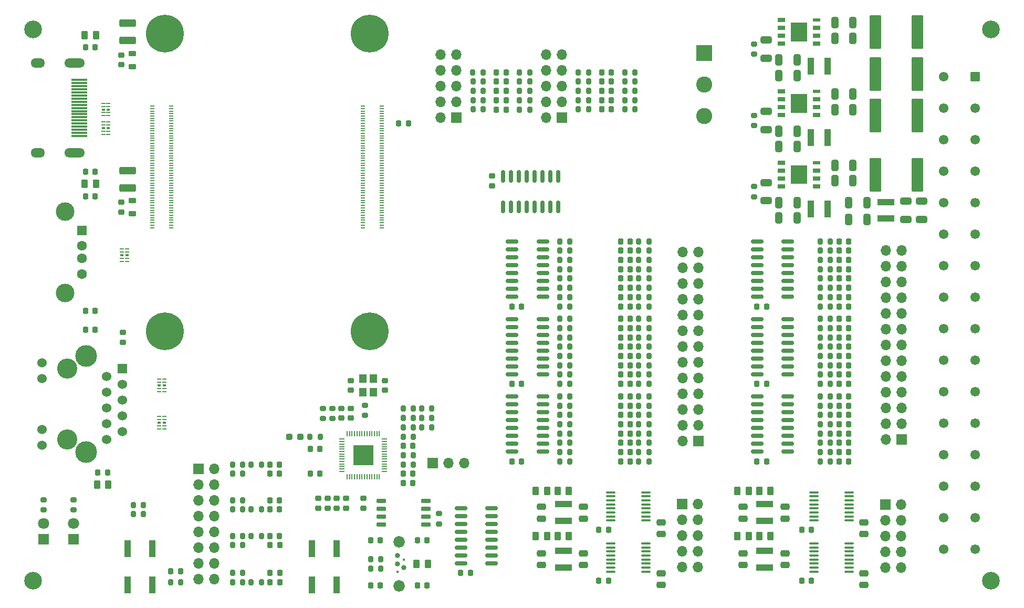
<source format=gts>
G04 #@! TF.GenerationSoftware,KiCad,Pcbnew,(6.0.9-0)*
G04 #@! TF.CreationDate,2023-02-07T08:34:20+01:00*
G04 #@! TF.ProjectId,Cockpit-CPU-Card,436f636b-7069-4742-9d43-50552d436172,A*
G04 #@! TF.SameCoordinates,Original*
G04 #@! TF.FileFunction,Soldermask,Top*
G04 #@! TF.FilePolarity,Negative*
%FSLAX46Y46*%
G04 Gerber Fmt 4.6, Leading zero omitted, Abs format (unit mm)*
G04 Created by KiCad (PCBNEW (6.0.9-0)) date 2023-02-07 08:34:20*
%MOMM*%
%LPD*%
G01*
G04 APERTURE LIST*
G04 Aperture macros list*
%AMRoundRect*
0 Rectangle with rounded corners*
0 $1 Rounding radius*
0 $2 $3 $4 $5 $6 $7 $8 $9 X,Y pos of 4 corners*
0 Add a 4 corners polygon primitive as box body*
4,1,4,$2,$3,$4,$5,$6,$7,$8,$9,$2,$3,0*
0 Add four circle primitives for the rounded corners*
1,1,$1+$1,$2,$3*
1,1,$1+$1,$4,$5*
1,1,$1+$1,$6,$7*
1,1,$1+$1,$8,$9*
0 Add four rect primitives between the rounded corners*
20,1,$1+$1,$2,$3,$4,$5,0*
20,1,$1+$1,$4,$5,$6,$7,0*
20,1,$1+$1,$6,$7,$8,$9,0*
20,1,$1+$1,$8,$9,$2,$3,0*%
G04 Aperture macros list end*
%ADD10RoundRect,0.200000X-0.200000X-0.275000X0.200000X-0.275000X0.200000X0.275000X-0.200000X0.275000X0*%
%ADD11R,1.000000X2.800000*%
%ADD12RoundRect,0.225000X-0.225000X-0.250000X0.225000X-0.250000X0.225000X0.250000X-0.225000X0.250000X0*%
%ADD13RoundRect,0.200000X0.200000X0.275000X-0.200000X0.275000X-0.200000X-0.275000X0.200000X-0.275000X0*%
%ADD14RoundRect,0.200000X-0.275000X0.200000X-0.275000X-0.200000X0.275000X-0.200000X0.275000X0.200000X0*%
%ADD15RoundRect,0.019000X0.256000X-0.076000X0.256000X0.076000X-0.256000X0.076000X-0.256000X-0.076000X0*%
%ADD16RoundRect,0.040000X0.235000X-0.160000X0.235000X0.160000X-0.235000X0.160000X-0.235000X-0.160000X0*%
%ADD17RoundRect,0.250000X-0.262500X-0.450000X0.262500X-0.450000X0.262500X0.450000X-0.262500X0.450000X0*%
%ADD18RoundRect,0.150000X0.825000X0.150000X-0.825000X0.150000X-0.825000X-0.150000X0.825000X-0.150000X0*%
%ADD19R,1.700000X1.700000*%
%ADD20O,1.700000X1.700000*%
%ADD21RoundRect,0.050000X0.387500X0.050000X-0.387500X0.050000X-0.387500X-0.050000X0.387500X-0.050000X0*%
%ADD22RoundRect,0.050000X0.050000X0.387500X-0.050000X0.387500X-0.050000X-0.387500X0.050000X-0.387500X0*%
%ADD23R,3.200000X3.200000*%
%ADD24RoundRect,0.250000X0.325000X0.650000X-0.325000X0.650000X-0.325000X-0.650000X0.325000X-0.650000X0*%
%ADD25RoundRect,0.225000X0.225000X0.250000X-0.225000X0.250000X-0.225000X-0.250000X0.225000X-0.250000X0*%
%ADD26RoundRect,0.019000X-0.256000X0.076000X-0.256000X-0.076000X0.256000X-0.076000X0.256000X0.076000X0*%
%ADD27RoundRect,0.040000X-0.235000X0.160000X-0.235000X-0.160000X0.235000X-0.160000X0.235000X0.160000X0*%
%ADD28R,2.800000X1.000000*%
%ADD29RoundRect,0.250000X0.475000X-0.250000X0.475000X0.250000X-0.475000X0.250000X-0.475000X-0.250000X0*%
%ADD30RoundRect,0.250000X0.262500X0.450000X-0.262500X0.450000X-0.262500X-0.450000X0.262500X-0.450000X0*%
%ADD31RoundRect,0.250000X1.075000X-0.375000X1.075000X0.375000X-1.075000X0.375000X-1.075000X-0.375000X0*%
%ADD32RoundRect,0.200000X0.275000X-0.200000X0.275000X0.200000X-0.275000X0.200000X-0.275000X-0.200000X0*%
%ADD33RoundRect,0.225000X0.250000X-0.225000X0.250000X0.225000X-0.250000X0.225000X-0.250000X-0.225000X0*%
%ADD34RoundRect,0.250000X-0.712500X-2.475000X0.712500X-2.475000X0.712500X2.475000X-0.712500X2.475000X0*%
%ADD35R,1.200000X1.400000*%
%ADD36C,0.440000*%
%ADD37C,0.840000*%
%ADD38C,1.850000*%
%ADD39RoundRect,0.225000X-0.250000X0.225000X-0.250000X-0.225000X0.250000X-0.225000X0.250000X0.225000X0*%
%ADD40RoundRect,0.150000X0.650000X0.150000X-0.650000X0.150000X-0.650000X-0.150000X0.650000X-0.150000X0*%
%ADD41R,1.500000X1.600000*%
%ADD42C,1.600000*%
%ADD43C,3.000000*%
%ADD44RoundRect,0.250000X-0.650000X0.325000X-0.650000X-0.325000X0.650000X-0.325000X0.650000X0.325000X0*%
%ADD45RoundRect,0.100000X-0.637500X-0.100000X0.637500X-0.100000X0.637500X0.100000X-0.637500X0.100000X0*%
%ADD46R,1.310000X0.650000*%
%ADD47R,1.310000X0.600000*%
%ADD48R,1.325000X1.500000*%
%ADD49RoundRect,0.250000X-0.475000X0.250000X-0.475000X-0.250000X0.475000X-0.250000X0.475000X0.250000X0*%
%ADD50C,3.250000*%
%ADD51R,1.524000X1.524000*%
%ADD52C,1.524000*%
%ADD53C,3.500000*%
%ADD54C,6.100000*%
%ADD55R,0.700000X0.200000*%
%ADD56C,2.850000*%
%ADD57RoundRect,0.249999X-0.525001X0.525001X-0.525001X-0.525001X0.525001X-0.525001X0.525001X0.525001X0*%
%ADD58C,1.550000*%
%ADD59RoundRect,0.218750X-0.381250X0.218750X-0.381250X-0.218750X0.381250X-0.218750X0.381250X0.218750X0*%
%ADD60RoundRect,0.237500X-0.287500X-0.237500X0.287500X-0.237500X0.287500X0.237500X-0.287500X0.237500X0*%
%ADD61RoundRect,0.150000X0.150000X-0.825000X0.150000X0.825000X-0.150000X0.825000X-0.150000X-0.825000X0*%
%ADD62R,2.600000X2.600000*%
%ADD63C,2.600000*%
%ADD64R,2.600000X0.300000*%
%ADD65O,3.300000X1.500000*%
%ADD66O,2.300000X1.500000*%
%ADD67R,1.800000X1.800000*%
%ADD68C,1.800000*%
G04 APERTURE END LIST*
D10*
X143700000Y-66990000D03*
X145350000Y-66990000D03*
X107925000Y-144705000D03*
X109575000Y-144705000D03*
D11*
X200850000Y-84500000D03*
X198150000Y-84500000D03*
D12*
X127225000Y-138000000D03*
X128775000Y-138000000D03*
X189475000Y-112750000D03*
X191025000Y-112750000D03*
D13*
X169825000Y-66980000D03*
X168175000Y-66980000D03*
D14*
X138250000Y-133675000D03*
X138250000Y-135325000D03*
D15*
X87900000Y-93000000D03*
X87900000Y-92500000D03*
D16*
X87900000Y-92000000D03*
D15*
X87900000Y-91500000D03*
X87900000Y-91000000D03*
X87100000Y-91000000D03*
X87100000Y-91500000D03*
D16*
X87100000Y-92000000D03*
D15*
X87100000Y-92500000D03*
X87100000Y-93000000D03*
D12*
X202725000Y-117750000D03*
X204275000Y-117750000D03*
D10*
X157675000Y-92750000D03*
X159325000Y-92750000D03*
D12*
X202725000Y-108250000D03*
X204275000Y-108250000D03*
D10*
X135425000Y-118250000D03*
X137075000Y-118250000D03*
D17*
X134587500Y-141750000D03*
X136412500Y-141750000D03*
D18*
X154975000Y-111195000D03*
X154975000Y-109925000D03*
X154975000Y-108655000D03*
X154975000Y-107385000D03*
X154975000Y-106115000D03*
X154975000Y-104845000D03*
X154975000Y-103575000D03*
X154975000Y-102305000D03*
X150025000Y-102305000D03*
X150025000Y-103575000D03*
X150025000Y-104845000D03*
X150025000Y-106115000D03*
X150025000Y-107385000D03*
X150025000Y-108655000D03*
X150025000Y-109925000D03*
X150025000Y-111195000D03*
D13*
X145350000Y-65495000D03*
X143700000Y-65495000D03*
D12*
X202725000Y-103750000D03*
X204275000Y-103750000D03*
X149975000Y-100250000D03*
X151525000Y-100250000D03*
D19*
X158025000Y-69825000D03*
D20*
X155485000Y-69825000D03*
X158025000Y-67285000D03*
X155485000Y-67285000D03*
X158025000Y-64745000D03*
X155485000Y-64745000D03*
X158025000Y-62205000D03*
X155485000Y-62205000D03*
X158025000Y-59665000D03*
X155485000Y-59665000D03*
D21*
X129437500Y-126850000D03*
X129437500Y-126450000D03*
X129437500Y-126050000D03*
X129437500Y-125650000D03*
X129437500Y-125250000D03*
X129437500Y-124850000D03*
X129437500Y-124450000D03*
X129437500Y-124050000D03*
X129437500Y-123650000D03*
X129437500Y-123250000D03*
X129437500Y-122850000D03*
X129437500Y-122450000D03*
X129437500Y-122050000D03*
X129437500Y-121650000D03*
D22*
X128600000Y-120812500D03*
X128200000Y-120812500D03*
X127800000Y-120812500D03*
X127400000Y-120812500D03*
X127000000Y-120812500D03*
X126600000Y-120812500D03*
X126200000Y-120812500D03*
X125800000Y-120812500D03*
X125400000Y-120812500D03*
X125000000Y-120812500D03*
X124600000Y-120812500D03*
X124200000Y-120812500D03*
X123800000Y-120812500D03*
X123400000Y-120812500D03*
D21*
X122562500Y-121650000D03*
X122562500Y-122050000D03*
X122562500Y-122450000D03*
X122562500Y-122850000D03*
X122562500Y-123250000D03*
X122562500Y-123650000D03*
X122562500Y-124050000D03*
X122562500Y-124450000D03*
X122562500Y-124850000D03*
X122562500Y-125250000D03*
X122562500Y-125650000D03*
X122562500Y-126050000D03*
X122562500Y-126450000D03*
X122562500Y-126850000D03*
D22*
X123400000Y-127687500D03*
X123800000Y-127687500D03*
X124200000Y-127687500D03*
X124600000Y-127687500D03*
X125000000Y-127687500D03*
X125400000Y-127687500D03*
X125800000Y-127687500D03*
X126200000Y-127687500D03*
X126600000Y-127687500D03*
X127000000Y-127687500D03*
X127400000Y-127687500D03*
X127800000Y-127687500D03*
X128200000Y-127687500D03*
X128600000Y-127687500D03*
D23*
X126000000Y-124250000D03*
D10*
X170425000Y-108250000D03*
X172075000Y-108250000D03*
D13*
X106575000Y-143205000D03*
X104925000Y-143205000D03*
D24*
X204975000Y-77500000D03*
X202025000Y-77500000D03*
D25*
X169025000Y-92750000D03*
X167475000Y-92750000D03*
D26*
X93100000Y-112000000D03*
X93100000Y-112500000D03*
D27*
X93100000Y-113000000D03*
D26*
X93100000Y-113500000D03*
X93100000Y-114000000D03*
X93900000Y-114000000D03*
X93900000Y-113500000D03*
D27*
X93900000Y-113000000D03*
D26*
X93900000Y-112500000D03*
X93900000Y-112000000D03*
D12*
X132475000Y-122750000D03*
X134025000Y-122750000D03*
D28*
X190750000Y-134850000D03*
X190750000Y-132150000D03*
D25*
X169025000Y-105250000D03*
X167475000Y-105250000D03*
D13*
X201325000Y-114750000D03*
X199675000Y-114750000D03*
D25*
X169025000Y-114750000D03*
X167475000Y-114750000D03*
D29*
X161500000Y-141950000D03*
X161500000Y-140050000D03*
D11*
X88000000Y-139350000D03*
X88000000Y-145150000D03*
X92000000Y-139350000D03*
X92000000Y-145150000D03*
D30*
X159162500Y-130000000D03*
X157337500Y-130000000D03*
D12*
X189475000Y-125275000D03*
X191025000Y-125275000D03*
D10*
X104910000Y-131500000D03*
X106560000Y-131500000D03*
D25*
X169025000Y-89750000D03*
X167475000Y-89750000D03*
D12*
X110975000Y-138750000D03*
X112525000Y-138750000D03*
D31*
X88000000Y-57400000D03*
X88000000Y-54600000D03*
D25*
X169025000Y-112750000D03*
X167475000Y-112750000D03*
D10*
X157675000Y-103750000D03*
X159325000Y-103750000D03*
X199675000Y-125250000D03*
X201325000Y-125250000D03*
D13*
X201325000Y-95750000D03*
X199675000Y-95750000D03*
D10*
X135425000Y-116750000D03*
X137075000Y-116750000D03*
D19*
X212775000Y-121725000D03*
D20*
X210235000Y-121725000D03*
X212775000Y-119185000D03*
X210235000Y-119185000D03*
X212775000Y-116645000D03*
X210235000Y-116645000D03*
X212775000Y-114105000D03*
X210235000Y-114105000D03*
X212775000Y-111565000D03*
X210235000Y-111565000D03*
X212775000Y-109025000D03*
X210235000Y-109025000D03*
X212775000Y-106485000D03*
X210235000Y-106485000D03*
X212775000Y-103945000D03*
X210235000Y-103945000D03*
X212775000Y-101405000D03*
X210235000Y-101405000D03*
X212775000Y-98865000D03*
X210235000Y-98865000D03*
X212775000Y-96325000D03*
X210235000Y-96325000D03*
X212775000Y-93785000D03*
X210235000Y-93785000D03*
X212775000Y-91245000D03*
X210235000Y-91245000D03*
D10*
X157675000Y-102250000D03*
X159325000Y-102250000D03*
D25*
X169025000Y-123750000D03*
X167475000Y-123750000D03*
D11*
X117750000Y-139350000D03*
X117750000Y-145150000D03*
X121750000Y-145150000D03*
X121750000Y-139350000D03*
D10*
X132425000Y-124250000D03*
X134075000Y-124250000D03*
D12*
X132475000Y-128750000D03*
X134025000Y-128750000D03*
D32*
X119500000Y-118325000D03*
X119500000Y-116675000D03*
D10*
X170425000Y-123750000D03*
X172075000Y-123750000D03*
D13*
X119075000Y-121250000D03*
X117425000Y-121250000D03*
D12*
X164475000Y-68480000D03*
X166025000Y-68480000D03*
D19*
X210210000Y-132170000D03*
D20*
X212750000Y-132170000D03*
X210210000Y-134710000D03*
X212750000Y-134710000D03*
X210210000Y-137250000D03*
X212750000Y-137250000D03*
X210210000Y-139790000D03*
X212750000Y-139790000D03*
X210210000Y-142330000D03*
X212750000Y-142330000D03*
D10*
X143675000Y-62500000D03*
X145325000Y-62500000D03*
D12*
X202725000Y-102250000D03*
X204275000Y-102250000D03*
X164475000Y-63990000D03*
X166025000Y-63990000D03*
D13*
X106575000Y-144705000D03*
X104925000Y-144705000D03*
D17*
X83087500Y-129000000D03*
X84912500Y-129000000D03*
D25*
X133275000Y-70750000D03*
X131725000Y-70750000D03*
D14*
X126250000Y-116175000D03*
X126250000Y-117825000D03*
D12*
X202725000Y-125250000D03*
X204275000Y-125250000D03*
D25*
X169025000Y-108250000D03*
X167475000Y-108250000D03*
D11*
X200850000Y-61500000D03*
X198150000Y-61500000D03*
D10*
X170425000Y-95750000D03*
X172075000Y-95750000D03*
X104910000Y-125750000D03*
X106560000Y-125750000D03*
D12*
X202725000Y-123750000D03*
X204275000Y-123750000D03*
X164475000Y-62500000D03*
X166025000Y-62500000D03*
D14*
X74500000Y-131425000D03*
X74500000Y-133075000D03*
D24*
X195975000Y-63000000D03*
X193025000Y-63000000D03*
D13*
X172075000Y-103750000D03*
X170425000Y-103750000D03*
D33*
X122500000Y-118275000D03*
X122500000Y-116725000D03*
D18*
X154975000Y-123695000D03*
X154975000Y-122425000D03*
X154975000Y-121155000D03*
X154975000Y-119885000D03*
X154975000Y-118615000D03*
X154975000Y-117345000D03*
X154975000Y-116075000D03*
X154975000Y-114805000D03*
X150025000Y-114805000D03*
X150025000Y-116075000D03*
X150025000Y-117345000D03*
X150025000Y-118615000D03*
X150025000Y-119885000D03*
X150025000Y-121155000D03*
X150025000Y-122425000D03*
X150025000Y-123695000D03*
D13*
X201325000Y-105250000D03*
X199675000Y-105250000D03*
D34*
X208612500Y-62750000D03*
X215387500Y-62750000D03*
D10*
X199675000Y-116250000D03*
X201325000Y-116250000D03*
D19*
X141025000Y-69820000D03*
D20*
X138485000Y-69820000D03*
X141025000Y-67280000D03*
X138485000Y-67280000D03*
X141025000Y-64740000D03*
X138485000Y-64740000D03*
X141025000Y-62200000D03*
X138485000Y-62200000D03*
X141025000Y-59660000D03*
X138485000Y-59660000D03*
D14*
X189000000Y-69425000D03*
X189000000Y-71075000D03*
D33*
X87000000Y-85025000D03*
X87000000Y-83475000D03*
D12*
X147475000Y-65500000D03*
X149025000Y-65500000D03*
X202725000Y-109750000D03*
X204275000Y-109750000D03*
D13*
X172075000Y-125250000D03*
X170425000Y-125250000D03*
D25*
X119025000Y-123250000D03*
X117475000Y-123250000D03*
D35*
X127600000Y-114100000D03*
X127600000Y-111900000D03*
X125900000Y-111900000D03*
X125900000Y-114100000D03*
D10*
X199675000Y-103750000D03*
X201325000Y-103750000D03*
D18*
X154975000Y-98695000D03*
X154975000Y-97425000D03*
X154975000Y-96155000D03*
X154975000Y-94885000D03*
X154975000Y-93615000D03*
X154975000Y-92345000D03*
X154975000Y-91075000D03*
X154975000Y-89805000D03*
X150025000Y-89805000D03*
X150025000Y-91075000D03*
X150025000Y-92345000D03*
X150025000Y-93615000D03*
X150025000Y-94885000D03*
X150025000Y-96155000D03*
X150025000Y-97425000D03*
X150025000Y-98695000D03*
D24*
X204975000Y-57000000D03*
X202025000Y-57000000D03*
D10*
X107910000Y-137250000D03*
X109560000Y-137250000D03*
D36*
X131530000Y-143050000D03*
X132530000Y-141100000D03*
D37*
X132530000Y-142400000D03*
X131530000Y-141750000D03*
X131530000Y-140450000D03*
D38*
X131750000Y-145325000D03*
X131750000Y-138175000D03*
D25*
X169025000Y-97250000D03*
X167475000Y-97250000D03*
D13*
X162325000Y-62500000D03*
X160675000Y-62500000D03*
X201325000Y-117750000D03*
X199675000Y-117750000D03*
D10*
X157675000Y-116250000D03*
X159325000Y-116250000D03*
D19*
X177460000Y-132125000D03*
D20*
X180000000Y-132125000D03*
X177460000Y-134665000D03*
X180000000Y-134665000D03*
X177460000Y-137205000D03*
X180000000Y-137205000D03*
X177460000Y-139745000D03*
X180000000Y-139745000D03*
X177460000Y-142285000D03*
X180000000Y-142285000D03*
D10*
X160675000Y-66990000D03*
X162325000Y-66990000D03*
D39*
X123250000Y-131225000D03*
X123250000Y-132775000D03*
D10*
X104910000Y-127250000D03*
X106560000Y-127250000D03*
X199675000Y-100250000D03*
X201325000Y-100250000D03*
D13*
X169825000Y-68480000D03*
X168175000Y-68480000D03*
D12*
X202725000Y-89750000D03*
X204275000Y-89750000D03*
D40*
X136100000Y-135405000D03*
X136100000Y-134135000D03*
X136100000Y-132865000D03*
X136100000Y-131595000D03*
X128900000Y-131595000D03*
X128900000Y-132865000D03*
X128900000Y-134135000D03*
X128900000Y-135405000D03*
D10*
X170425000Y-92750000D03*
X172075000Y-92750000D03*
D25*
X82775000Y-101000000D03*
X81225000Y-101000000D03*
D24*
X204975000Y-68500000D03*
X202025000Y-68500000D03*
D25*
X169025000Y-122250000D03*
X167475000Y-122250000D03*
D10*
X157675000Y-108250000D03*
X159325000Y-108250000D03*
D13*
X90575000Y-133750000D03*
X88925000Y-133750000D03*
X152825000Y-62500000D03*
X151175000Y-62500000D03*
D10*
X157675000Y-117750000D03*
X159325000Y-117750000D03*
D24*
X204975000Y-66000000D03*
X202025000Y-66000000D03*
D12*
X110960000Y-137250000D03*
X112510000Y-137250000D03*
D25*
X169025000Y-94250000D03*
X167475000Y-94250000D03*
D10*
X157675000Y-109750000D03*
X159325000Y-109750000D03*
X143700000Y-63995000D03*
X145350000Y-63995000D03*
D13*
X172075000Y-106750000D03*
X170425000Y-106750000D03*
D10*
X132425000Y-119750000D03*
X134075000Y-119750000D03*
X157675000Y-119250000D03*
X159325000Y-119250000D03*
D25*
X169025000Y-98750000D03*
X167475000Y-98750000D03*
D41*
X80610000Y-88000000D03*
D42*
X80610000Y-90500000D03*
X80610000Y-92500000D03*
X80610000Y-95000000D03*
D43*
X77900000Y-98070000D03*
X77900000Y-84930000D03*
D14*
X189000000Y-80925000D03*
X189000000Y-82575000D03*
D25*
X84775000Y-127000000D03*
X83225000Y-127000000D03*
X82775000Y-82500000D03*
X81225000Y-82500000D03*
D10*
X157675000Y-125250000D03*
X159325000Y-125250000D03*
D12*
X202725000Y-111250000D03*
X204275000Y-111250000D03*
D44*
X213500000Y-83275000D03*
X213500000Y-86225000D03*
D12*
X189475000Y-100275000D03*
X191025000Y-100275000D03*
D45*
X165887500Y-138475000D03*
X165887500Y-139125000D03*
X165887500Y-139775000D03*
X165887500Y-140425000D03*
X165887500Y-141075000D03*
X165887500Y-141725000D03*
X165887500Y-142375000D03*
X165887500Y-143025000D03*
X171612500Y-143025000D03*
X171612500Y-142375000D03*
X171612500Y-141725000D03*
X171612500Y-141075000D03*
X171612500Y-140425000D03*
X171612500Y-139775000D03*
X171612500Y-139125000D03*
X171612500Y-138475000D03*
D28*
X158250000Y-142350000D03*
X158250000Y-139650000D03*
D13*
X169825000Y-63990000D03*
X168175000Y-63990000D03*
D10*
X170425000Y-102250000D03*
X172075000Y-102250000D03*
D46*
X199095000Y-57905000D03*
X199095000Y-56635000D03*
X199095000Y-55365000D03*
D47*
X199095000Y-54095000D03*
D46*
X193405000Y-54095000D03*
X193405000Y-55365000D03*
X193405000Y-56635000D03*
X193405000Y-57905000D03*
D48*
X195587500Y-56750000D03*
X196912500Y-55250000D03*
X195587500Y-55250000D03*
X196912500Y-56750000D03*
D24*
X195975000Y-60500000D03*
X193025000Y-60500000D03*
D25*
X119025000Y-127250000D03*
X117475000Y-127250000D03*
D13*
X106560000Y-133000000D03*
X104910000Y-133000000D03*
D49*
X154750000Y-132550000D03*
X154750000Y-134450000D03*
D10*
X157675000Y-91250000D03*
X159325000Y-91250000D03*
D31*
X88000000Y-81150000D03*
X88000000Y-78350000D03*
D50*
X78250000Y-121715000D03*
X78250000Y-110285000D03*
D51*
X87140000Y-110285000D03*
D52*
X84600000Y-111555000D03*
X87140000Y-112825000D03*
X84600000Y-114095000D03*
X87140000Y-115365000D03*
X84600000Y-116635000D03*
X87140000Y-117905000D03*
X84600000Y-119175000D03*
X87140000Y-120445000D03*
X84600000Y-121715000D03*
X74186000Y-109370600D03*
X74186000Y-111910600D03*
X74186000Y-120089400D03*
X74186000Y-122629400D03*
D53*
X81298000Y-123747000D03*
X81298000Y-108253000D03*
D13*
X162325000Y-68490000D03*
X160675000Y-68490000D03*
X152825000Y-65500000D03*
X151175000Y-65500000D03*
D24*
X204975000Y-80000000D03*
X202025000Y-80000000D03*
D30*
X191662500Y-137250000D03*
X189837500Y-137250000D03*
D12*
X202725000Y-116250000D03*
X204275000Y-116250000D03*
D25*
X198275000Y-136250000D03*
X196725000Y-136250000D03*
D10*
X199675000Y-122250000D03*
X201325000Y-122250000D03*
D12*
X202725000Y-94250000D03*
X204275000Y-94250000D03*
X110975000Y-143205000D03*
X112525000Y-143205000D03*
D54*
X94000000Y-104250000D03*
X94000000Y-56250000D03*
X127000000Y-56250000D03*
X127000000Y-104250000D03*
D55*
X129000000Y-87550000D03*
X125920000Y-87550000D03*
X129000000Y-87150000D03*
X125920000Y-87150000D03*
X129000000Y-86750000D03*
X125920000Y-86750000D03*
X129000000Y-86350000D03*
X125920000Y-86350000D03*
X129000000Y-85950000D03*
X125920000Y-85950000D03*
X129000000Y-85550000D03*
X125920000Y-85550000D03*
X129000000Y-85150000D03*
X125920000Y-85150000D03*
X129000000Y-84750000D03*
X125920000Y-84750000D03*
X129000000Y-84350000D03*
X125920000Y-84350000D03*
X129000000Y-83950000D03*
X125920000Y-83950000D03*
X129000000Y-83550000D03*
X125920000Y-83550000D03*
X129000000Y-83150000D03*
X125920000Y-83150000D03*
X129000000Y-82750000D03*
X125920000Y-82750000D03*
X129000000Y-82350000D03*
X125920000Y-82350000D03*
X129000000Y-81950000D03*
X125920000Y-81950000D03*
X129000000Y-81550000D03*
X125920000Y-81550000D03*
X129000000Y-81150000D03*
X125920000Y-81150000D03*
X129000000Y-80750000D03*
X125920000Y-80750000D03*
X129000000Y-80350000D03*
X125920000Y-80350000D03*
X129000000Y-79950000D03*
X125920000Y-79950000D03*
X129000000Y-79550000D03*
X125920000Y-79550000D03*
X129000000Y-79150000D03*
X125920000Y-79150000D03*
X129000000Y-78750000D03*
X125920000Y-78750000D03*
X129000000Y-78350000D03*
X125920000Y-78350000D03*
X129000000Y-77950000D03*
X125920000Y-77950000D03*
X129000000Y-77550000D03*
X125920000Y-77550000D03*
X129000000Y-77150000D03*
X125920000Y-77150000D03*
X129000000Y-76750000D03*
X125920000Y-76750000D03*
X129000000Y-76350000D03*
X125920000Y-76350000D03*
X129000000Y-75950000D03*
X125920000Y-75950000D03*
X129000000Y-75550000D03*
X125920000Y-75550000D03*
X129000000Y-75150000D03*
X125920000Y-75150000D03*
X129000000Y-74750000D03*
X125920000Y-74750000D03*
X129000000Y-74350000D03*
X125920000Y-74350000D03*
X129000000Y-73950000D03*
X125920000Y-73950000D03*
X129000000Y-73550000D03*
X125920000Y-73550000D03*
X129000000Y-73150000D03*
X125920000Y-73150000D03*
X129000000Y-72750000D03*
X125920000Y-72750000D03*
X129000000Y-72350000D03*
X125920000Y-72350000D03*
X129000000Y-71950000D03*
X125920000Y-71950000D03*
X129000000Y-71550000D03*
X125920000Y-71550000D03*
X129000000Y-71150000D03*
X125920000Y-71150000D03*
X129000000Y-70750000D03*
X125920000Y-70750000D03*
X129000000Y-70350000D03*
X125920000Y-70350000D03*
X129000000Y-69950000D03*
X125920000Y-69950000D03*
X129000000Y-69550000D03*
X125920000Y-69550000D03*
X129000000Y-69150000D03*
X125920000Y-69150000D03*
X129000000Y-68750000D03*
X125920000Y-68750000D03*
X129000000Y-68350000D03*
X125920000Y-68350000D03*
X129000000Y-67950000D03*
X125920000Y-67950000D03*
X95080000Y-87550000D03*
X92000000Y-87550000D03*
X95080000Y-87150000D03*
X92000000Y-87150000D03*
X95080000Y-86750000D03*
X92000000Y-86750000D03*
X95080000Y-86350000D03*
X92000000Y-86350000D03*
X95080000Y-85950000D03*
X92000000Y-85950000D03*
X95080000Y-85550000D03*
X92000000Y-85550000D03*
X95080000Y-85150000D03*
X92000000Y-85150000D03*
X95080000Y-84750000D03*
X92000000Y-84750000D03*
X95080000Y-84350000D03*
X92000000Y-84350000D03*
X95080000Y-83950000D03*
X92000000Y-83950000D03*
X95080000Y-83550000D03*
X92000000Y-83550000D03*
X95080000Y-83150000D03*
X92000000Y-83150000D03*
X95080000Y-82750000D03*
X92000000Y-82750000D03*
X95080000Y-82350000D03*
X92000000Y-82350000D03*
X95080000Y-81950000D03*
X92000000Y-81950000D03*
X95080000Y-81550000D03*
X92000000Y-81550000D03*
X95080000Y-81150000D03*
X92000000Y-81150000D03*
X95080000Y-80750000D03*
X92000000Y-80750000D03*
X95080000Y-80350000D03*
X92000000Y-80350000D03*
X95080000Y-79950000D03*
X92000000Y-79950000D03*
X95080000Y-79550000D03*
X92000000Y-79550000D03*
X95080000Y-79150000D03*
X92000000Y-79150000D03*
X95080000Y-78750000D03*
X92000000Y-78750000D03*
X95080000Y-78350000D03*
X92000000Y-78350000D03*
X95080000Y-77950000D03*
X92000000Y-77950000D03*
X95080000Y-77550000D03*
X92000000Y-77550000D03*
X95080000Y-77150000D03*
X92000000Y-77150000D03*
X95080000Y-76750000D03*
X92000000Y-76750000D03*
X95080000Y-76350000D03*
X92000000Y-76350000D03*
X95080000Y-75950000D03*
X92000000Y-75950000D03*
X95080000Y-75550000D03*
X92000000Y-75550000D03*
X95080000Y-75150000D03*
X92000000Y-75150000D03*
X95080000Y-74750000D03*
X92000000Y-74750000D03*
X95080000Y-74350000D03*
X92000000Y-74350000D03*
X95080000Y-73950000D03*
X92000000Y-73950000D03*
X95080000Y-73550000D03*
X92000000Y-73550000D03*
X95080000Y-73150000D03*
X92000000Y-73150000D03*
X95080000Y-72750000D03*
X92000000Y-72750000D03*
X95080000Y-72350000D03*
X92000000Y-72350000D03*
X95080000Y-71950000D03*
X92000000Y-71950000D03*
X95080000Y-71550000D03*
X92000000Y-71550000D03*
X95080000Y-71150000D03*
X92000000Y-71150000D03*
X95080000Y-70750000D03*
X92000000Y-70750000D03*
X95080000Y-70350000D03*
X92000000Y-70350000D03*
X95080000Y-69950000D03*
X92000000Y-69950000D03*
X95080000Y-69550000D03*
X92000000Y-69550000D03*
X95080000Y-69150000D03*
X92000000Y-69150000D03*
X95080000Y-68750000D03*
X92000000Y-68750000D03*
X95080000Y-68350000D03*
X92000000Y-68350000D03*
X95080000Y-67950000D03*
X92000000Y-67950000D03*
D25*
X169025000Y-102250000D03*
X167475000Y-102250000D03*
D24*
X204975000Y-54500000D03*
X202025000Y-54500000D03*
D13*
X96575000Y-144750000D03*
X94925000Y-144750000D03*
D10*
X170425000Y-120750000D03*
X172075000Y-120750000D03*
D11*
X200850000Y-73000000D03*
X198150000Y-73000000D03*
D56*
X72794000Y-144450000D03*
X72794000Y-55550000D03*
X227206000Y-55550000D03*
X227206000Y-144450000D03*
D57*
X224666000Y-63170000D03*
D58*
X224666000Y-68250000D03*
X224666000Y-73330000D03*
X224666000Y-78410000D03*
X224666000Y-83490000D03*
X224666000Y-88570000D03*
X224666000Y-93650000D03*
X224666000Y-98730000D03*
X224666000Y-103810000D03*
X224666000Y-108890000D03*
X224666000Y-113970000D03*
X224666000Y-119050000D03*
X224666000Y-124130000D03*
X224666000Y-129210000D03*
X224666000Y-134290000D03*
X224666000Y-139370000D03*
X219586000Y-63170000D03*
X219586000Y-68250000D03*
X219586000Y-73330000D03*
X219586000Y-78410000D03*
X219586000Y-83490000D03*
X219586000Y-88570000D03*
X219586000Y-93650000D03*
X219586000Y-98730000D03*
X219586000Y-103810000D03*
X219586000Y-108890000D03*
X219586000Y-113970000D03*
X219586000Y-119050000D03*
X219586000Y-124130000D03*
X219586000Y-129210000D03*
X219586000Y-134290000D03*
X219586000Y-139370000D03*
D10*
X157675000Y-95750000D03*
X159325000Y-95750000D03*
D14*
X79250000Y-131425000D03*
X79250000Y-133075000D03*
D10*
X157675000Y-123750000D03*
X159325000Y-123750000D03*
X157675000Y-112750000D03*
X159325000Y-112750000D03*
X107910000Y-133000000D03*
X109560000Y-133000000D03*
D25*
X165525000Y-136250000D03*
X163975000Y-136250000D03*
D28*
X190750000Y-142350000D03*
X190750000Y-139650000D03*
D13*
X128825000Y-141000000D03*
X127175000Y-141000000D03*
D24*
X195975000Y-72000000D03*
X193025000Y-72000000D03*
D10*
X199675000Y-97250000D03*
X201325000Y-97250000D03*
D12*
X147475000Y-62500000D03*
X149025000Y-62500000D03*
D13*
X172075000Y-97250000D03*
X170425000Y-97250000D03*
X162325000Y-65500000D03*
X160675000Y-65500000D03*
X201325000Y-120750000D03*
X199675000Y-120750000D03*
D12*
X202725000Y-119250000D03*
X204275000Y-119250000D03*
D24*
X207225000Y-86250000D03*
X204275000Y-86250000D03*
D10*
X157675000Y-111250000D03*
X159325000Y-111250000D03*
X132425000Y-118250000D03*
X134075000Y-118250000D03*
D13*
X172075000Y-109750000D03*
X170425000Y-109750000D03*
X172075000Y-94250000D03*
X170425000Y-94250000D03*
D19*
X137225000Y-125500000D03*
D20*
X139765000Y-125500000D03*
X142305000Y-125500000D03*
D12*
X127225000Y-145250000D03*
X128775000Y-145250000D03*
D13*
X152825000Y-68495000D03*
X151175000Y-68495000D03*
D39*
X146750000Y-79225000D03*
X146750000Y-80775000D03*
D12*
X110975000Y-144705000D03*
X112525000Y-144705000D03*
D25*
X169025000Y-125250000D03*
X167475000Y-125250000D03*
X169025000Y-120750000D03*
X167475000Y-120750000D03*
D13*
X145350000Y-68490000D03*
X143700000Y-68490000D03*
D25*
X169025000Y-91250000D03*
X167475000Y-91250000D03*
D10*
X132425000Y-121250000D03*
X134075000Y-121250000D03*
D29*
X161500000Y-134450000D03*
X161500000Y-132550000D03*
D44*
X216000000Y-83275000D03*
X216000000Y-86225000D03*
D13*
X201325000Y-108250000D03*
X199675000Y-108250000D03*
D18*
X194475000Y-98695000D03*
X194475000Y-97425000D03*
X194475000Y-96155000D03*
X194475000Y-94885000D03*
X194475000Y-93615000D03*
X194475000Y-92345000D03*
X194475000Y-91075000D03*
X194475000Y-89805000D03*
X189525000Y-89805000D03*
X189525000Y-91075000D03*
X189525000Y-92345000D03*
X189525000Y-93615000D03*
X189525000Y-94885000D03*
X189525000Y-96155000D03*
X189525000Y-97425000D03*
X189525000Y-98695000D03*
D15*
X84900000Y-69500000D03*
X84900000Y-69000000D03*
D16*
X84900000Y-68500000D03*
D15*
X84900000Y-68000000D03*
X84900000Y-67500000D03*
X84100000Y-67500000D03*
X84100000Y-68000000D03*
D16*
X84100000Y-68500000D03*
D15*
X84100000Y-69000000D03*
X84100000Y-69500000D03*
D59*
X88750000Y-83187500D03*
X88750000Y-85312500D03*
D33*
X124000000Y-113775000D03*
X124000000Y-112225000D03*
D12*
X202725000Y-97250000D03*
X204275000Y-97250000D03*
D25*
X82775000Y-104000000D03*
X81225000Y-104000000D03*
D12*
X110960000Y-131500000D03*
X112510000Y-131500000D03*
D10*
X157675000Y-120750000D03*
X159325000Y-120750000D03*
D12*
X202725000Y-114750000D03*
X204275000Y-114750000D03*
D49*
X174000000Y-135050000D03*
X174000000Y-136950000D03*
D13*
X128825000Y-142500000D03*
X127175000Y-142500000D03*
D44*
X191000000Y-57275000D03*
X191000000Y-60225000D03*
D17*
X186337500Y-130000000D03*
X188162500Y-130000000D03*
D12*
X94975000Y-143000000D03*
X96525000Y-143000000D03*
X132475000Y-127250000D03*
X134025000Y-127250000D03*
D13*
X172075000Y-100250000D03*
X170425000Y-100250000D03*
D19*
X99460000Y-126420000D03*
D20*
X102000000Y-126420000D03*
X99460000Y-128960000D03*
X102000000Y-128960000D03*
X99460000Y-131500000D03*
X102000000Y-131500000D03*
X99460000Y-134040000D03*
X102000000Y-134040000D03*
X99460000Y-136580000D03*
X102000000Y-136580000D03*
X99460000Y-139120000D03*
X102000000Y-139120000D03*
X99460000Y-141660000D03*
X102000000Y-141660000D03*
X99460000Y-144200000D03*
X102000000Y-144200000D03*
D12*
X202725000Y-105250000D03*
X204275000Y-105250000D03*
D25*
X169025000Y-119250000D03*
X167475000Y-119250000D03*
D12*
X110960000Y-125750000D03*
X112510000Y-125750000D03*
X202725000Y-122250000D03*
X204275000Y-122250000D03*
D13*
X169825000Y-62500000D03*
X168175000Y-62500000D03*
D10*
X157675000Y-106750000D03*
X159325000Y-106750000D03*
D46*
X199095000Y-69405000D03*
X199095000Y-68135000D03*
X199095000Y-66865000D03*
D47*
X199095000Y-65595000D03*
D46*
X193405000Y-65595000D03*
X193405000Y-66865000D03*
X193405000Y-68135000D03*
X193405000Y-69405000D03*
D48*
X195587500Y-66750000D03*
X196912500Y-66750000D03*
X195587500Y-68250000D03*
X196912500Y-68250000D03*
D39*
X121750000Y-131225000D03*
X121750000Y-132775000D03*
D13*
X172075000Y-122250000D03*
X170425000Y-122250000D03*
D12*
X149975000Y-112750000D03*
X151525000Y-112750000D03*
D49*
X187250000Y-140050000D03*
X187250000Y-141950000D03*
D10*
X157675000Y-97250000D03*
X159325000Y-97250000D03*
D12*
X147475000Y-64000000D03*
X149025000Y-64000000D03*
D25*
X169025000Y-109750000D03*
X167475000Y-109750000D03*
D10*
X199675000Y-94250000D03*
X201325000Y-94250000D03*
D44*
X191000000Y-68775000D03*
X191000000Y-71725000D03*
D60*
X114125000Y-121250000D03*
X115875000Y-121250000D03*
D61*
X148555000Y-84225000D03*
X149825000Y-84225000D03*
X151095000Y-84225000D03*
X152365000Y-84225000D03*
X153635000Y-84225000D03*
X154905000Y-84225000D03*
X156175000Y-84225000D03*
X157445000Y-84225000D03*
X157445000Y-79275000D03*
X156175000Y-79275000D03*
X154905000Y-79275000D03*
X153635000Y-79275000D03*
X152365000Y-79275000D03*
X151095000Y-79275000D03*
X149825000Y-79275000D03*
X148555000Y-79275000D03*
D17*
X186337500Y-137250000D03*
X188162500Y-137250000D03*
D18*
X146725000Y-141695000D03*
X146725000Y-140425000D03*
X146725000Y-139155000D03*
X146725000Y-137885000D03*
X146725000Y-136615000D03*
X146725000Y-135345000D03*
X146725000Y-134075000D03*
X146725000Y-132805000D03*
X141775000Y-132805000D03*
X141775000Y-134075000D03*
X141775000Y-135345000D03*
X141775000Y-136615000D03*
X141775000Y-137885000D03*
X141775000Y-139155000D03*
X141775000Y-140425000D03*
X141775000Y-141695000D03*
D15*
X84900000Y-72500000D03*
X84900000Y-72000000D03*
D16*
X84900000Y-71500000D03*
D15*
X84900000Y-71000000D03*
X84900000Y-70500000D03*
X84100000Y-70500000D03*
X84100000Y-71000000D03*
D16*
X84100000Y-71500000D03*
D15*
X84100000Y-72000000D03*
X84100000Y-72500000D03*
D12*
X202725000Y-100250000D03*
X204275000Y-100250000D03*
D13*
X201325000Y-102250000D03*
X199675000Y-102250000D03*
D39*
X118750000Y-131225000D03*
X118750000Y-132775000D03*
D45*
X198637500Y-138475000D03*
X198637500Y-139125000D03*
X198637500Y-139775000D03*
X198637500Y-140425000D03*
X198637500Y-141075000D03*
X198637500Y-141725000D03*
X198637500Y-142375000D03*
X198637500Y-143025000D03*
X204362500Y-143025000D03*
X204362500Y-142375000D03*
X204362500Y-141725000D03*
X204362500Y-141075000D03*
X204362500Y-140425000D03*
X204362500Y-139775000D03*
X204362500Y-139125000D03*
X204362500Y-138475000D03*
D10*
X104910000Y-137250000D03*
X106560000Y-137250000D03*
D62*
X180945000Y-59410000D03*
D63*
X180945000Y-64490000D03*
X180945000Y-69570000D03*
D24*
X195975000Y-86000000D03*
X193025000Y-86000000D03*
D12*
X202725000Y-112750000D03*
X204275000Y-112750000D03*
D10*
X157675000Y-100250000D03*
X159325000Y-100250000D03*
D25*
X169025000Y-95750000D03*
X167475000Y-95750000D03*
D64*
X80255000Y-72750000D03*
X80255000Y-72250000D03*
X80255000Y-71750000D03*
X80255000Y-71250000D03*
X80255000Y-70750000D03*
X80255000Y-70250000D03*
X80255000Y-69750000D03*
X80255000Y-69250000D03*
X80255000Y-68750000D03*
X80255000Y-68250000D03*
X80255000Y-67750000D03*
X80255000Y-67250000D03*
X80255000Y-66750000D03*
X80255000Y-66250000D03*
X80255000Y-65750000D03*
X80255000Y-65250000D03*
X80255000Y-64750000D03*
X80255000Y-64250000D03*
X80255000Y-63750000D03*
D65*
X79495000Y-75500000D03*
D66*
X73535000Y-61000000D03*
D65*
X79495000Y-61000000D03*
D66*
X73535000Y-75500000D03*
D10*
X170425000Y-117750000D03*
X172075000Y-117750000D03*
D24*
X207225000Y-83500000D03*
X204275000Y-83500000D03*
D12*
X202725000Y-91250000D03*
X204275000Y-91250000D03*
D10*
X132425000Y-125750000D03*
X134075000Y-125750000D03*
D34*
X208612500Y-79000000D03*
X215387500Y-79000000D03*
D17*
X153837500Y-130000000D03*
X155662500Y-130000000D03*
D25*
X169025000Y-103750000D03*
X167475000Y-103750000D03*
D12*
X149975000Y-125250000D03*
X151525000Y-125250000D03*
D13*
X106575000Y-138750000D03*
X104925000Y-138750000D03*
D24*
X195975000Y-83500000D03*
X193025000Y-83500000D03*
D13*
X201325000Y-98750000D03*
X199675000Y-98750000D03*
D10*
X157675000Y-105250000D03*
X159325000Y-105250000D03*
X199675000Y-109750000D03*
X201325000Y-109750000D03*
D13*
X172075000Y-91250000D03*
X170425000Y-91250000D03*
D46*
X199095000Y-80905000D03*
X199095000Y-79635000D03*
X199095000Y-78365000D03*
D47*
X199095000Y-77095000D03*
D46*
X193405000Y-77095000D03*
X193405000Y-78365000D03*
X193405000Y-79635000D03*
X193405000Y-80905000D03*
D48*
X196912500Y-78250000D03*
X196912500Y-79750000D03*
X195587500Y-78250000D03*
X195587500Y-79750000D03*
D12*
X147475000Y-68495000D03*
X149025000Y-68495000D03*
D67*
X74500000Y-137775000D03*
D68*
X74500000Y-135235000D03*
D29*
X194000000Y-141950000D03*
X194000000Y-140050000D03*
D10*
X170425000Y-89750000D03*
X172075000Y-89750000D03*
X132425000Y-116750000D03*
X134075000Y-116750000D03*
D49*
X187250000Y-132550000D03*
X187250000Y-134450000D03*
X154750000Y-140050000D03*
X154750000Y-141950000D03*
D13*
X201325000Y-111250000D03*
X199675000Y-111250000D03*
X201325000Y-92750000D03*
X199675000Y-92750000D03*
X172075000Y-119250000D03*
X170425000Y-119250000D03*
D39*
X87250000Y-104475000D03*
X87250000Y-106025000D03*
D10*
X157675000Y-94250000D03*
X159325000Y-94250000D03*
D25*
X82775000Y-58500000D03*
X81225000Y-58500000D03*
D17*
X81087500Y-80500000D03*
X82912500Y-80500000D03*
D10*
X157675000Y-114750000D03*
X159325000Y-114750000D03*
D12*
X110960000Y-127250000D03*
X112510000Y-127250000D03*
D10*
X170425000Y-111250000D03*
X172075000Y-111250000D03*
D13*
X152825000Y-64000000D03*
X151175000Y-64000000D03*
D10*
X157675000Y-89750000D03*
X159325000Y-89750000D03*
D25*
X136275000Y-138000000D03*
X134725000Y-138000000D03*
D13*
X90575000Y-132250000D03*
X88925000Y-132250000D03*
X152825000Y-66995000D03*
X151175000Y-66995000D03*
D45*
X165887500Y-130225000D03*
X165887500Y-130875000D03*
X165887500Y-131525000D03*
X165887500Y-132175000D03*
X165887500Y-132825000D03*
X165887500Y-133475000D03*
X165887500Y-134125000D03*
X165887500Y-134775000D03*
X171612500Y-134775000D03*
X171612500Y-134125000D03*
X171612500Y-133475000D03*
X171612500Y-132825000D03*
X171612500Y-132175000D03*
X171612500Y-131525000D03*
X171612500Y-130875000D03*
X171612500Y-130225000D03*
D25*
X169025000Y-111250000D03*
X167475000Y-111250000D03*
D45*
X198637500Y-130225000D03*
X198637500Y-130875000D03*
X198637500Y-131525000D03*
X198637500Y-132175000D03*
X198637500Y-132825000D03*
X198637500Y-133475000D03*
X198637500Y-134125000D03*
X198637500Y-134775000D03*
X204362500Y-134775000D03*
X204362500Y-134125000D03*
X204362500Y-133475000D03*
X204362500Y-132825000D03*
X204362500Y-132175000D03*
X204362500Y-131525000D03*
X204362500Y-130875000D03*
X204362500Y-130225000D03*
D12*
X164475000Y-65490000D03*
X166025000Y-65490000D03*
D32*
X121000000Y-118325000D03*
X121000000Y-116675000D03*
D10*
X170425000Y-105250000D03*
X172075000Y-105250000D03*
D49*
X206750000Y-135050000D03*
X206750000Y-136950000D03*
D25*
X169025000Y-117750000D03*
X167475000Y-117750000D03*
D13*
X172075000Y-116250000D03*
X170425000Y-116250000D03*
D12*
X202725000Y-95750000D03*
X204275000Y-95750000D03*
D10*
X157675000Y-98750000D03*
X159325000Y-98750000D03*
D13*
X172075000Y-112750000D03*
X170425000Y-112750000D03*
D30*
X191662500Y-130000000D03*
X189837500Y-130000000D03*
D17*
X81087500Y-56500000D03*
X82912500Y-56500000D03*
D26*
X93100000Y-118000000D03*
X93100000Y-118500000D03*
D27*
X93100000Y-119000000D03*
D26*
X93100000Y-119500000D03*
X93100000Y-120000000D03*
X93900000Y-120000000D03*
X93900000Y-119500000D03*
D27*
X93900000Y-119000000D03*
D26*
X93900000Y-118500000D03*
X93900000Y-118000000D03*
D34*
X208612500Y-69500000D03*
X215387500Y-69500000D03*
D25*
X169025000Y-106750000D03*
X167475000Y-106750000D03*
D14*
X189000000Y-57925000D03*
X189000000Y-59575000D03*
D44*
X191000000Y-80275000D03*
X191000000Y-83225000D03*
D10*
X170425000Y-114750000D03*
X172075000Y-114750000D03*
D39*
X120250000Y-131225000D03*
X120250000Y-132775000D03*
D12*
X202725000Y-106750000D03*
X204275000Y-106750000D03*
D13*
X201325000Y-89750000D03*
X199675000Y-89750000D03*
D10*
X160675000Y-64000000D03*
X162325000Y-64000000D03*
D25*
X198275000Y-144500000D03*
X196725000Y-144500000D03*
X165525000Y-144500000D03*
X163975000Y-144500000D03*
X82775000Y-78500000D03*
X81225000Y-78500000D03*
D49*
X206750000Y-143300000D03*
X206750000Y-145200000D03*
D59*
X88750000Y-59437500D03*
X88750000Y-61562500D03*
D12*
X147475000Y-66995000D03*
X149025000Y-66995000D03*
D30*
X159162500Y-137250000D03*
X157337500Y-137250000D03*
D25*
X169025000Y-100250000D03*
X167475000Y-100250000D03*
D10*
X170425000Y-98750000D03*
X172075000Y-98750000D03*
D19*
X180025000Y-121975000D03*
D20*
X177485000Y-121975000D03*
X180025000Y-119435000D03*
X177485000Y-119435000D03*
X180025000Y-116895000D03*
X177485000Y-116895000D03*
X180025000Y-114355000D03*
X177485000Y-114355000D03*
X180025000Y-111815000D03*
X177485000Y-111815000D03*
X180025000Y-109275000D03*
X177485000Y-109275000D03*
X180025000Y-106735000D03*
X177485000Y-106735000D03*
X180025000Y-104195000D03*
X177485000Y-104195000D03*
X180025000Y-101655000D03*
X177485000Y-101655000D03*
X180025000Y-99115000D03*
X177485000Y-99115000D03*
X180025000Y-96575000D03*
X177485000Y-96575000D03*
X180025000Y-94035000D03*
X177485000Y-94035000D03*
X180025000Y-91495000D03*
X177485000Y-91495000D03*
D10*
X199675000Y-112750000D03*
X201325000Y-112750000D03*
D17*
X153837500Y-137250000D03*
X155662500Y-137250000D03*
D10*
X199675000Y-91250000D03*
X201325000Y-91250000D03*
D67*
X79250000Y-137775000D03*
D68*
X79250000Y-135235000D03*
D18*
X194475000Y-111195000D03*
X194475000Y-109925000D03*
X194475000Y-108655000D03*
X194475000Y-107385000D03*
X194475000Y-106115000D03*
X194475000Y-104845000D03*
X194475000Y-103575000D03*
X194475000Y-102305000D03*
X189525000Y-102305000D03*
X189525000Y-103575000D03*
X189525000Y-104845000D03*
X189525000Y-106115000D03*
X189525000Y-107385000D03*
X189525000Y-108655000D03*
X189525000Y-109925000D03*
X189525000Y-111195000D03*
D24*
X195975000Y-74500000D03*
X193025000Y-74500000D03*
D28*
X158250000Y-134850000D03*
X158250000Y-132150000D03*
D10*
X107910000Y-125750000D03*
X109560000Y-125750000D03*
D29*
X194000000Y-134450000D03*
X194000000Y-132550000D03*
D18*
X194475000Y-123695000D03*
X194475000Y-122425000D03*
X194475000Y-121155000D03*
X194475000Y-119885000D03*
X194475000Y-118615000D03*
X194475000Y-117345000D03*
X194475000Y-116075000D03*
X194475000Y-114805000D03*
X189525000Y-114805000D03*
X189525000Y-116075000D03*
X189525000Y-117345000D03*
X189525000Y-118615000D03*
X189525000Y-119885000D03*
X189525000Y-121155000D03*
X189525000Y-122425000D03*
X189525000Y-123695000D03*
D28*
X210250000Y-83400000D03*
X210250000Y-86100000D03*
D12*
X202725000Y-92750000D03*
X204275000Y-92750000D03*
D25*
X169025000Y-116250000D03*
X167475000Y-116250000D03*
D12*
X202725000Y-98750000D03*
X204275000Y-98750000D03*
X164475000Y-66980000D03*
X166025000Y-66980000D03*
D10*
X199675000Y-106750000D03*
X201325000Y-106750000D03*
D25*
X136275000Y-145250000D03*
X134725000Y-145250000D03*
D10*
X135425000Y-119750000D03*
X137075000Y-119750000D03*
D39*
X129500000Y-112225000D03*
X129500000Y-113775000D03*
D34*
X208612500Y-56000000D03*
X215387500Y-56000000D03*
D12*
X141725000Y-143250000D03*
X143275000Y-143250000D03*
D13*
X169825000Y-65490000D03*
X168175000Y-65490000D03*
D49*
X174000000Y-143300000D03*
X174000000Y-145200000D03*
D12*
X110960000Y-133000000D03*
X112510000Y-133000000D03*
D10*
X199675000Y-119250000D03*
X201325000Y-119250000D03*
D39*
X126000000Y-131225000D03*
X126000000Y-132775000D03*
D10*
X157675000Y-122250000D03*
X159325000Y-122250000D03*
D13*
X201325000Y-123750000D03*
X199675000Y-123750000D03*
D12*
X202725000Y-120750000D03*
X204275000Y-120750000D03*
D33*
X124000000Y-118275000D03*
X124000000Y-116725000D03*
X87000000Y-61275000D03*
X87000000Y-59725000D03*
M02*

</source>
